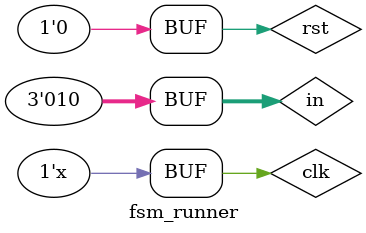
<source format=v>
`timescale 1ns / 1ps


module fsm_runner;

	// Inputs
	reg [2:0] in;
	reg rst;
	reg clk;

	// Outputs
	wire [1:0] floor;
	wire [1:0] dir;
	wire busy;
	// Instantiate the Unit Under Test (UUT)
	fsm uut (
		.in(in), 
		.rst(rst), 
		.clk(clk), 
		.floor(floor), 
		.dir(dir), .busy(busy)
	);

	initial begin
		// Initialize Inputs
		in = 0;
		rst = 0;
		clk = 0;

		//#50 in = 4; //send us to the third floor
		//#100 in = 0;
		#50000 in = 4; //go 3F
		#100000 in = 0;
		#1500000000 in = 2; //go 2F
		
		
		

	end
	always begin
	#5 clk = ~clk;
	end
      
endmodule


</source>
